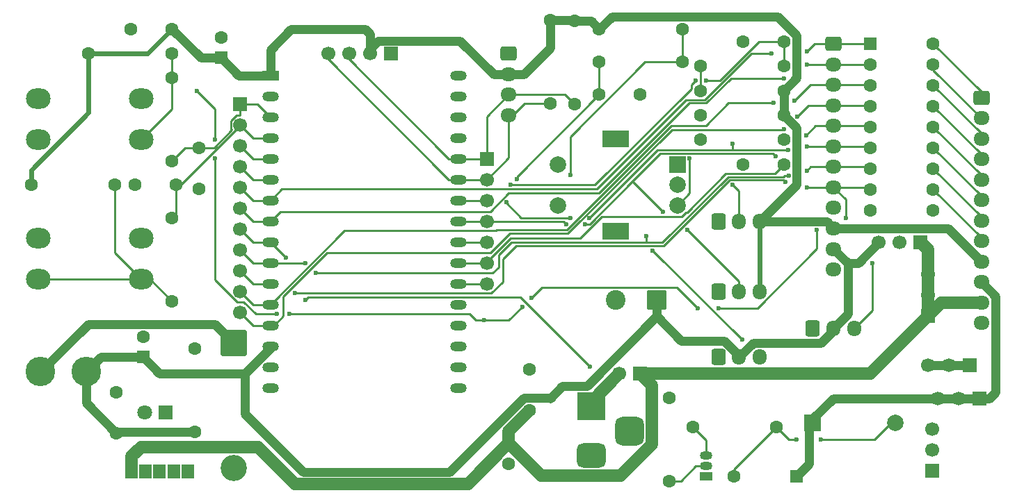
<source format=gbr>
%TF.GenerationSoftware,KiCad,Pcbnew,9.0.6*%
%TF.CreationDate,2026-01-27T06:42:28-06:00*%
%TF.ProjectId,papa-project-board,70617061-2d70-4726-9f6a-6563742d626f,1.0*%
%TF.SameCoordinates,Original*%
%TF.FileFunction,Copper,L1,Top*%
%TF.FilePolarity,Positive*%
%FSLAX46Y46*%
G04 Gerber Fmt 4.6, Leading zero omitted, Abs format (unit mm)*
G04 Created by KiCad (PCBNEW 9.0.6) date 2026-01-27 06:42:28*
%MOMM*%
%LPD*%
G01*
G04 APERTURE LIST*
G04 Aperture macros list*
%AMRoundRect*
0 Rectangle with rounded corners*
0 $1 Rounding radius*
0 $2 $3 $4 $5 $6 $7 $8 $9 X,Y pos of 4 corners*
0 Add a 4 corners polygon primitive as box body*
4,1,4,$2,$3,$4,$5,$6,$7,$8,$9,$2,$3,0*
0 Add four circle primitives for the rounded corners*
1,1,$1+$1,$2,$3*
1,1,$1+$1,$4,$5*
1,1,$1+$1,$6,$7*
1,1,$1+$1,$8,$9*
0 Add four rect primitives between the rounded corners*
20,1,$1+$1,$2,$3,$4,$5,0*
20,1,$1+$1,$4,$5,$6,$7,0*
20,1,$1+$1,$6,$7,$8,$9,0*
20,1,$1+$1,$8,$9,$2,$3,0*%
G04 Aperture macros list end*
%TA.AperFunction,ComponentPad*%
%ADD10C,1.600000*%
%TD*%
%TA.AperFunction,ComponentPad*%
%ADD11C,1.700000*%
%TD*%
%TA.AperFunction,ComponentPad*%
%ADD12R,1.700000X1.700000*%
%TD*%
%TA.AperFunction,ComponentPad*%
%ADD13C,1.800000*%
%TD*%
%TA.AperFunction,ComponentPad*%
%ADD14R,1.800000X1.800000*%
%TD*%
%TA.AperFunction,ComponentPad*%
%ADD15C,3.600000*%
%TD*%
%TA.AperFunction,ComponentPad*%
%ADD16RoundRect,0.250000X0.550000X0.550000X-0.550000X0.550000X-0.550000X-0.550000X0.550000X-0.550000X0*%
%TD*%
%TA.AperFunction,ComponentPad*%
%ADD17O,3.000000X2.500000*%
%TD*%
%TA.AperFunction,ComponentPad*%
%ADD18C,2.000000*%
%TD*%
%TA.AperFunction,ComponentPad*%
%ADD19R,3.200000X2.000000*%
%TD*%
%TA.AperFunction,ComponentPad*%
%ADD20R,2.000000X2.000000*%
%TD*%
%TA.AperFunction,ComponentPad*%
%ADD21O,2.000000X1.200000*%
%TD*%
%TA.AperFunction,ComponentPad*%
%ADD22R,2.000000X1.200000*%
%TD*%
%TA.AperFunction,ComponentPad*%
%ADD23O,1.950000X1.700000*%
%TD*%
%TA.AperFunction,ComponentPad*%
%ADD24RoundRect,0.250000X-0.725000X0.600000X-0.725000X-0.600000X0.725000X-0.600000X0.725000X0.600000X0*%
%TD*%
%TA.AperFunction,ComponentPad*%
%ADD25RoundRect,0.250000X0.550000X-0.550000X0.550000X0.550000X-0.550000X0.550000X-0.550000X-0.550000X0*%
%TD*%
%TA.AperFunction,ComponentPad*%
%ADD26O,1.700000X1.950000*%
%TD*%
%TA.AperFunction,ComponentPad*%
%ADD27RoundRect,0.250000X-0.600000X-0.725000X0.600000X-0.725000X0.600000X0.725000X-0.600000X0.725000X0*%
%TD*%
%TA.AperFunction,ComponentPad*%
%ADD28C,2.400000*%
%TD*%
%TA.AperFunction,ComponentPad*%
%ADD29RoundRect,0.250001X0.949999X0.949999X-0.949999X0.949999X-0.949999X-0.949999X0.949999X-0.949999X0*%
%TD*%
%TA.AperFunction,ComponentPad*%
%ADD30C,3.200000*%
%TD*%
%TA.AperFunction,ComponentPad*%
%ADD31RoundRect,0.250000X-1.350000X1.350000X-1.350000X-1.350000X1.350000X-1.350000X1.350000X1.350000X0*%
%TD*%
%TA.AperFunction,ComponentPad*%
%ADD32RoundRect,0.250000X-0.550000X0.550000X-0.550000X-0.550000X0.550000X-0.550000X0.550000X0.550000X0*%
%TD*%
%TA.AperFunction,ComponentPad*%
%ADD33RoundRect,0.250000X-0.550000X-0.550000X0.550000X-0.550000X0.550000X0.550000X-0.550000X0.550000X0*%
%TD*%
%TA.AperFunction,ComponentPad*%
%ADD34O,1.500000X1.050000*%
%TD*%
%TA.AperFunction,ComponentPad*%
%ADD35R,1.500000X1.050000*%
%TD*%
%TA.AperFunction,ComponentPad*%
%ADD36R,1.500000X1.800000*%
%TD*%
%TA.AperFunction,ComponentPad*%
%ADD37RoundRect,0.875000X0.875000X-0.875000X0.875000X0.875000X-0.875000X0.875000X-0.875000X-0.875000X0*%
%TD*%
%TA.AperFunction,ComponentPad*%
%ADD38RoundRect,0.750000X1.000000X-0.750000X1.000000X0.750000X-1.000000X0.750000X-1.000000X-0.750000X0*%
%TD*%
%TA.AperFunction,ComponentPad*%
%ADD39R,3.500000X3.500000*%
%TD*%
%TA.AperFunction,ViaPad*%
%ADD40C,0.600000*%
%TD*%
%TA.AperFunction,Conductor*%
%ADD41C,0.250000*%
%TD*%
%TA.AperFunction,Conductor*%
%ADD42C,1.100000*%
%TD*%
%TA.AperFunction,Conductor*%
%ADD43C,0.600000*%
%TD*%
%TA.AperFunction,Conductor*%
%ADD44C,1.500000*%
%TD*%
G04 APERTURE END LIST*
D10*
%TO.P,C3,2*%
%TO.N,GND*%
X68250000Y-78250000D03*
%TO.P,C3,1*%
%TO.N,+5V*%
X68250000Y-83250000D03*
%TD*%
D11*
%TO.P,J15,3,Pin_3*%
%TO.N,GND*%
X167500000Y-82750000D03*
%TO.P,J15,2,Pin_2*%
X167500000Y-85290000D03*
D12*
%TO.P,J15,1,Pin_1*%
X167500000Y-87830000D03*
%TD*%
D10*
%TO.P,R5,2*%
%TO.N,Net-(D3-A)*%
X77750000Y-72920000D03*
%TO.P,R5,1*%
%TO.N,+5V*%
X77750000Y-83080000D03*
%TD*%
%TO.P,C7,2*%
%TO.N,GND*%
X132000000Y-42000000D03*
%TO.P,C7,1*%
%TO.N,IO9*%
X127000000Y-42000000D03*
%TD*%
D13*
%TO.P,D3,2,A*%
%TO.N,Net-(D3-A)*%
X71710000Y-80750000D03*
D14*
%TO.P,D3,1,K*%
%TO.N,GND*%
X74250000Y-80750000D03*
%TD*%
D10*
%TO.P,C12,2*%
%TO.N,GND*%
X78250000Y-53500000D03*
%TO.P,C12,1*%
%TO.N,IO4*%
X78250000Y-48500000D03*
%TD*%
D11*
%TO.P,J6,7,Pin_7*%
%TO.N,IO9*%
X113360000Y-65030000D03*
%TO.P,J6,6,Pin_6*%
%TO.N,IO18*%
X113360000Y-62490000D03*
%TO.P,J6,5,Pin_5*%
%TO.N,IO19*%
X113360000Y-59950000D03*
%TO.P,J6,4,Pin_4*%
%TO.N,IO20*%
X113360000Y-57410000D03*
%TO.P,J6,3,Pin_3*%
%TO.N,IO21*%
X113360000Y-54870000D03*
%TO.P,J6,2,Pin_2*%
%TO.N,IO22*%
X113360000Y-52330000D03*
D12*
%TO.P,J6,1,Pin_1*%
%TO.N,IO23*%
X113360000Y-49790000D03*
%TD*%
D15*
%TO.P,L1,2,2*%
%TO.N,+5V*%
X64580000Y-75750000D03*
%TO.P,L1,1,1*%
%TO.N,Net-(D2-K)*%
X59000000Y-75750000D03*
%TD*%
D10*
%TO.P,D1,2,A*%
%TO.N,SPKR*%
X143380000Y-88500000D03*
D16*
%TO.P,D1,1,K*%
%TO.N,+5V*%
X151000000Y-88500000D03*
%TD*%
D11*
%TO.P,J4,2,Pin_2*%
%TO.N,Net-(J4-Pin_2)*%
X129460000Y-76000000D03*
D12*
%TO.P,J4,1,Pin_1*%
%TO.N,VIN*%
X132000000Y-76000000D03*
%TD*%
D17*
%TO.P,SW3,2,2*%
%TO.N,Net-(R14-Pad2)*%
X58750000Y-47500000D03*
X71250000Y-47500000D03*
%TO.P,SW3,1,1*%
%TO.N,GND*%
X58750000Y-42500000D03*
X71250000Y-42500000D03*
%TD*%
D10*
%TO.P,R6,2*%
%TO.N,Net-(R13-Pad2)*%
X68000000Y-53000000D03*
%TO.P,R6,1*%
%TO.N,+3.3V*%
X57840000Y-53000000D03*
%TD*%
D18*
%TO.P,SW1,S2,S2*%
%TO.N,GND*%
X122000000Y-50500000D03*
%TO.P,SW1,S1,S1*%
%TO.N,Net-(R7-Pad2)*%
X122000000Y-55500000D03*
D19*
%TO.P,SW1,MP*%
%TO.N,N/C*%
X129000000Y-47400000D03*
X129000000Y-58600000D03*
D18*
%TO.P,SW1,C,C*%
%TO.N,GND*%
X136500000Y-53000000D03*
%TO.P,SW1,B,B*%
%TO.N,Net-(R10-Pad1)*%
X136500000Y-55500000D03*
D20*
%TO.P,SW1,A,A*%
%TO.N,Net-(R11-Pad2)*%
X136500000Y-50500000D03*
%TD*%
D21*
%TO.P,U1,32,GND*%
%TO.N,GND*%
X109860000Y-39630000D03*
%TO.P,U1,31,GPIO16/U0TXD*%
%TO.N,unconnected-(U1-GPIO16{slash}U0TXD-Pad31)*%
X109860000Y-42170000D03*
%TO.P,U1,30,GPIO17/U0RXD*%
%TO.N,unconnected-(U1-GPIO17{slash}U0RXD-Pad30)*%
X109860000Y-44710000D03*
%TO.P,U1,29,GPIO15/JTAG*%
%TO.N,unconnected-(U1-GPIO15{slash}JTAG-Pad29)*%
X109860000Y-47250000D03*
%TO.P,U1,28,GPIO23*%
%TO.N,IO23*%
X109860000Y-49790000D03*
%TO.P,U1,27,GPIO22*%
%TO.N,IO22*%
X109860000Y-52330000D03*
%TO.P,U1,26,GPIO21*%
%TO.N,IO21*%
X109860000Y-54870000D03*
%TO.P,U1,25,GPIO20*%
%TO.N,IO20*%
X109860000Y-57410000D03*
%TO.P,U1,24,GPIO19*%
%TO.N,IO19*%
X109860000Y-59950000D03*
%TO.P,U1,23,GPIO18*%
%TO.N,IO18*%
X109860000Y-62490000D03*
%TO.P,U1,22,GPIO9/BOOT*%
%TO.N,IO9*%
X109860000Y-65030000D03*
%TO.P,U1,21,GND*%
%TO.N,GND*%
X109860000Y-67570000D03*
%TO.P,U1,20,GPIO13/USB_D+*%
%TO.N,unconnected-(U1-GPIO13{slash}USB_D+-Pad20)*%
X109860000Y-70110000D03*
%TO.P,U1,19,GPIO12/USB_D-*%
%TO.N,unconnected-(U1-GPIO12{slash}USB_D--Pad19)*%
X109860000Y-72650000D03*
%TO.P,U1,18,GND*%
%TO.N,GND*%
X109860000Y-75190000D03*
%TO.P,U1,17,NC*%
%TO.N,unconnected-(U1-NC-Pad17)*%
X109860000Y-77730000D03*
%TO.P,U1,16,NC*%
%TO.N,unconnected-(U1-NC-Pad16)*%
X87000000Y-77730000D03*
%TO.P,U1,15,GND*%
%TO.N,GND*%
X87000000Y-75190000D03*
%TO.P,U1,14,5V*%
%TO.N,+5V*%
X87000000Y-72650000D03*
%TO.P,U1,13,GPIO3*%
%TO.N,IO3*%
X87000000Y-70110000D03*
%TO.P,U1,12,GPIO2*%
%TO.N,IO2*%
X87000000Y-67570000D03*
%TO.P,U1,11,GPIO11*%
%TO.N,IO11*%
X87000000Y-65030000D03*
%TO.P,U1,10,GPIO10*%
%TO.N,IO10*%
X87000000Y-62490000D03*
%TO.P,U1,9,GPIO8/BOOT*%
%TO.N,IO8*%
X87000000Y-59950000D03*
%TO.P,U1,8,GPIO1*%
%TO.N,IO1*%
X87000000Y-57410000D03*
%TO.P,U1,7,GPIO0*%
%TO.N,IO0*%
X87000000Y-54870000D03*
%TO.P,U1,6,GPIO7*%
%TO.N,IO7*%
X87000000Y-52330000D03*
%TO.P,U1,5,GPIO6*%
%TO.N,IO6*%
X87000000Y-49790000D03*
%TO.P,U1,4,GPIO5/MTDI*%
%TO.N,IO5*%
X87000000Y-47250000D03*
%TO.P,U1,3,GPIO4/MTMS*%
%TO.N,IO4*%
X87000000Y-44710000D03*
%TO.P,U1,2,EN/RESET*%
%TO.N,unconnected-(U1-EN{slash}RESET-Pad2)*%
X87000000Y-42170000D03*
D22*
%TO.P,U1,1,3V3*%
%TO.N,+3.3V*%
X87000000Y-39630000D03*
%TD*%
D10*
%TO.P,C5,2*%
%TO.N,GND*%
X118500000Y-75500000D03*
%TO.P,C5,1*%
%TO.N,VIN*%
X118500000Y-80500000D03*
%TD*%
D11*
%TO.P,J12,3,Pin_3*%
%TO.N,+5V*%
X168210000Y-79000000D03*
%TO.P,J12,2,Pin_2*%
X170750000Y-79000000D03*
D12*
%TO.P,J12,1,Pin_1*%
X173290000Y-79000000D03*
%TD*%
D11*
%TO.P,J3,3,Pin_3*%
%TO.N,+5V*%
X161040000Y-60000000D03*
%TO.P,J3,2,Pin_2*%
%TO.N,Net-(J3-Pin_2)*%
X163580000Y-60000000D03*
D12*
%TO.P,J3,1,Pin_1*%
%TO.N,VIN*%
X166120000Y-60000000D03*
%TD*%
D10*
%TO.P,R3,2*%
%TO.N,IO23*%
X124000000Y-43160000D03*
%TO.P,R3,1*%
%TO.N,+3.3V*%
X124000000Y-33000000D03*
%TD*%
%TO.P,C9,2*%
%TO.N,GND*%
X144500000Y-35500000D03*
%TO.P,C9,1*%
%TO.N,IO19*%
X149500000Y-35500000D03*
%TD*%
D23*
%TO.P,J1,12,Pin_12*%
%TO.N,GND*%
X155525000Y-63300000D03*
%TO.P,J1,11,Pin_11*%
%TO.N,+5V*%
X155525000Y-60800000D03*
%TO.P,J1,10,Pin_10*%
%TO.N,+3.3V*%
X155525000Y-58300000D03*
%TO.P,J1,9,Pin_9*%
%TO.N,AuxIO*%
X155525000Y-55800000D03*
%TO.P,J1,8,Pin_8*%
%TO.N,IO11*%
X155525000Y-53300000D03*
%TO.P,J1,7,Pin_7*%
%TO.N,IO10*%
X155525000Y-50800000D03*
%TO.P,J1,6,Pin_6*%
%TO.N,IO20*%
X155525000Y-48300000D03*
%TO.P,J1,5,Pin_5*%
%TO.N,IO21*%
X155525000Y-45800000D03*
%TO.P,J1,4,Pin_4*%
%TO.N,IO3*%
X155525000Y-43300000D03*
%TO.P,J1,3,Pin_3*%
%TO.N,IO2*%
X155525000Y-40800000D03*
%TO.P,J1,2,Pin_2*%
%TO.N,IO1*%
X155525000Y-38300000D03*
D24*
%TO.P,J1,1,Pin_1*%
%TO.N,IO0*%
X155525000Y-35800000D03*
%TD*%
D10*
%TO.P,R11,2*%
%TO.N,Net-(R11-Pad2)*%
X139340000Y-41500000D03*
%TO.P,R11,1*%
%TO.N,+3.3V*%
X149500000Y-41500000D03*
%TD*%
%TO.P,C4,2*%
%TO.N,GND*%
X71500000Y-71500000D03*
D25*
%TO.P,C4,1*%
%TO.N,+5V*%
X71500000Y-74000000D03*
%TD*%
D10*
%TO.P,R7,2*%
%TO.N,Net-(R7-Pad2)*%
X137160000Y-34000000D03*
%TO.P,R7,1*%
%TO.N,+3.3V*%
X127000000Y-34000000D03*
%TD*%
D26*
%TO.P,J16,3,Pin_3*%
%TO.N,+3.3V*%
X146500000Y-57475000D03*
%TO.P,J16,2,Pin_2*%
%TO.N,IO21*%
X144000000Y-57475000D03*
D27*
%TO.P,J16,1,Pin_1*%
%TO.N,GND*%
X141500000Y-57475000D03*
%TD*%
D11*
%TO.P,J11,3,Pin_3*%
%TO.N,+3.3V*%
X167000000Y-75000000D03*
%TO.P,J11,2,Pin_2*%
X169540000Y-75000000D03*
D12*
%TO.P,J11,1,Pin_1*%
X172080000Y-75000000D03*
%TD*%
D28*
%TO.P,C10,2*%
%TO.N,GND*%
X129000000Y-67000000D03*
D29*
%TO.P,C10,1*%
%TO.N,+5V*%
X134000000Y-67000000D03*
%TD*%
D23*
%TO.P,J8,12,Pin_12*%
%TO.N,GND*%
X173500000Y-69840000D03*
%TO.P,J8,11,Pin_11*%
%TO.N,VIN*%
X173500000Y-67340000D03*
%TO.P,J8,10,Pin_10*%
%TO.N,+5V*%
X173500000Y-64840000D03*
%TO.P,J8,9,Pin_9*%
%TO.N,+3.3V*%
X173500000Y-62340000D03*
%TO.P,J8,8,Pin_8*%
%TO.N,Net-(J8-Pin_8)*%
X173500000Y-59840000D03*
%TO.P,J8,7,Pin_7*%
%TO.N,Net-(J8-Pin_7)*%
X173500000Y-57340000D03*
%TO.P,J8,6,Pin_6*%
%TO.N,Net-(J8-Pin_6)*%
X173500000Y-54840000D03*
%TO.P,J8,5,Pin_5*%
%TO.N,Net-(J8-Pin_5)*%
X173500000Y-52340000D03*
%TO.P,J8,4,Pin_4*%
%TO.N,Net-(J8-Pin_4)*%
X173500000Y-49840000D03*
%TO.P,J8,3,Pin_3*%
%TO.N,Net-(J8-Pin_3)*%
X173500000Y-47340000D03*
%TO.P,J8,2,Pin_2*%
%TO.N,Net-(J8-Pin_2)*%
X173500000Y-44840000D03*
D24*
%TO.P,J8,1,Pin_1*%
%TO.N,Net-(J8-Pin_1)*%
X173500000Y-42340000D03*
%TD*%
D10*
%TO.P,R8,2*%
%TO.N,IO9*%
X127000000Y-38000000D03*
%TO.P,R8,1*%
%TO.N,Net-(R7-Pad2)*%
X137160000Y-38000000D03*
%TD*%
%TO.P,R2,2*%
%TO.N,+3.3V*%
X121000000Y-32920000D03*
%TO.P,R2,1*%
%TO.N,IO22*%
X121000000Y-43080000D03*
%TD*%
D11*
%TO.P,J13,3,Pin_3*%
%TO.N,VIN*%
X167000000Y-63920000D03*
%TO.P,J13,2,Pin_2*%
X167000000Y-66460000D03*
D12*
%TO.P,J13,1,Pin_1*%
X167000000Y-69000000D03*
%TD*%
D23*
%TO.P,J10,4,Pin_4*%
%TO.N,IO22*%
X116000000Y-44500000D03*
%TO.P,J10,3,Pin_3*%
%TO.N,IO23*%
X116000000Y-42000000D03*
%TO.P,J10,2,Pin_2*%
%TO.N,+3.3V*%
X116000000Y-39500000D03*
D24*
%TO.P,J10,1,Pin_1*%
%TO.N,GND*%
X116000000Y-37000000D03*
%TD*%
D17*
%TO.P,SW2,2,2*%
%TO.N,Net-(R13-Pad2)*%
X58750000Y-64500000D03*
X71250000Y-64500000D03*
%TO.P,SW2,1,1*%
%TO.N,GND*%
X58750000Y-59500000D03*
X71250000Y-59500000D03*
%TD*%
D30*
%TO.P,D2,2,A*%
%TO.N,GND*%
X82500000Y-87490000D03*
D31*
%TO.P,D2,1,K*%
%TO.N,Net-(D2-K)*%
X82500000Y-72250000D03*
%TD*%
D26*
%TO.P,J5,3,Pin_3*%
%TO.N,IO10*%
X146500000Y-74000000D03*
%TO.P,J5,2,Pin_2*%
%TO.N,+5V*%
X144000000Y-74000000D03*
D27*
%TO.P,J5,1,Pin_1*%
%TO.N,GND*%
X141500000Y-74000000D03*
%TD*%
D26*
%TO.P,J14,3,Pin_3*%
%TO.N,IO11*%
X158000000Y-70500000D03*
%TO.P,J14,2,Pin_2*%
%TO.N,+5V*%
X155500000Y-70500000D03*
D27*
%TO.P,J14,1,Pin_1*%
%TO.N,GND*%
X153000000Y-70500000D03*
%TD*%
D26*
%TO.P,J2,3,Pin_3*%
%TO.N,+3.3V*%
X146500000Y-66000000D03*
%TO.P,J2,2,Pin_2*%
%TO.N,IO20*%
X144000000Y-66000000D03*
D27*
%TO.P,J2,1,Pin_1*%
%TO.N,GND*%
X141500000Y-66000000D03*
%TD*%
D10*
%TO.P,R13,2*%
%TO.N,Net-(R13-Pad2)*%
X75000000Y-67160000D03*
%TO.P,R13,1*%
%TO.N,IO5*%
X75000000Y-57000000D03*
%TD*%
%TO.P,R10,2*%
%TO.N,IO18*%
X149500000Y-47500000D03*
%TO.P,R10,1*%
%TO.N,Net-(R10-Pad1)*%
X139340000Y-47500000D03*
%TD*%
%TO.P,C2,2*%
%TO.N,GND*%
X81000000Y-35000000D03*
D25*
%TO.P,C2,1*%
%TO.N,+3.3V*%
X81000000Y-37500000D03*
%TD*%
D10*
%TO.P,R14,2*%
%TO.N,Net-(R14-Pad2)*%
X75000000Y-37000000D03*
%TO.P,R14,1*%
%TO.N,+3.3V*%
X64840000Y-37000000D03*
%TD*%
D11*
%TO.P,J17,4,Pin_4*%
%TO.N,IO22*%
X94000000Y-37000000D03*
%TO.P,J17,3,Pin_3*%
%TO.N,IO23*%
X96540000Y-37000000D03*
%TO.P,J17,2,Pin_2*%
%TO.N,+3.3V*%
X99080000Y-37000000D03*
D12*
%TO.P,J17,1,Pin_1*%
%TO.N,GND*%
X101620000Y-37000000D03*
%TD*%
D10*
%TO.P,R9,2*%
%TO.N,Net-(R10-Pad1)*%
X139340000Y-44500000D03*
%TO.P,R9,1*%
%TO.N,+3.3V*%
X149500000Y-44500000D03*
%TD*%
%TO.P,C6,2*%
%TO.N,GND*%
X116000000Y-87000000D03*
D32*
%TO.P,C6,1*%
%TO.N,VIN*%
X116000000Y-84500000D03*
%TD*%
D18*
%TO.P,BZ1,2,-*%
%TO.N,SPKR*%
X163000000Y-82000000D03*
D20*
%TO.P,BZ1,1,+*%
%TO.N,+5V*%
X153000000Y-82000000D03*
%TD*%
D10*
%TO.P,R15,2*%
%TO.N,Net-(R14-Pad2)*%
X75000000Y-39920000D03*
%TO.P,R15,1*%
%TO.N,IO4*%
X75000000Y-50080000D03*
%TD*%
%TO.P,U2,18,O1*%
%TO.N,Net-(J8-Pin_1)*%
X167620000Y-35760000D03*
%TO.P,U2,17,O2*%
%TO.N,Net-(J8-Pin_2)*%
X167620000Y-38300000D03*
%TO.P,U2,16,O3*%
%TO.N,Net-(J8-Pin_3)*%
X167620000Y-40840000D03*
%TO.P,U2,15,O4*%
%TO.N,Net-(J8-Pin_4)*%
X167620000Y-43380000D03*
%TO.P,U2,14,O5*%
%TO.N,Net-(J8-Pin_5)*%
X167620000Y-45920000D03*
%TO.P,U2,13,O6*%
%TO.N,Net-(J8-Pin_6)*%
X167620000Y-48460000D03*
%TO.P,U2,12,O7*%
%TO.N,Net-(J8-Pin_7)*%
X167620000Y-51000000D03*
%TO.P,U2,11,O8*%
%TO.N,Net-(J8-Pin_8)*%
X167620000Y-53540000D03*
%TO.P,U2,10,GND*%
%TO.N,GND*%
X167620000Y-56080000D03*
%TO.P,U2,9,VCC*%
%TO.N,Net-(J3-Pin_2)*%
X160000000Y-56080000D03*
%TO.P,U2,8,I8*%
%TO.N,IO11*%
X160000000Y-53540000D03*
%TO.P,U2,7,I7*%
%TO.N,IO10*%
X160000000Y-51000000D03*
%TO.P,U2,6,I6*%
%TO.N,IO20*%
X160000000Y-48460000D03*
%TO.P,U2,5,I5*%
%TO.N,IO21*%
X160000000Y-45920000D03*
%TO.P,U2,4,I4*%
%TO.N,IO3*%
X160000000Y-43380000D03*
%TO.P,U2,3,I3*%
%TO.N,IO2*%
X160000000Y-40840000D03*
%TO.P,U2,2,I2*%
%TO.N,IO1*%
X160000000Y-38300000D03*
D33*
%TO.P,U2,1,I1*%
%TO.N,IO0*%
X160000000Y-35760000D03*
%TD*%
D34*
%TO.P,Q1,3,C*%
%TO.N,Net-(Q1-C)*%
X140000000Y-85960000D03*
%TO.P,Q1,2,B*%
%TO.N,Net-(Q1-B)*%
X140000000Y-87230000D03*
D35*
%TO.P,Q1,1,E*%
%TO.N,GND*%
X140000000Y-88500000D03*
%TD*%
D10*
%TO.P,R4,2*%
%TO.N,Net-(Q1-C)*%
X138420000Y-82500000D03*
%TO.P,R4,1*%
%TO.N,SPKR*%
X148580000Y-82500000D03*
%TD*%
D11*
%TO.P,J9,11,Pin_11*%
%TO.N,IO3*%
X83322000Y-68515500D03*
%TO.P,J9,10,Pin_10*%
%TO.N,IO2*%
X83322000Y-65975500D03*
%TO.P,J9,9,Pin_9*%
%TO.N,IO11*%
X83322000Y-63435500D03*
%TO.P,J9,8,Pin_8*%
%TO.N,IO10*%
X83322000Y-60895500D03*
%TO.P,J9,7,Pin_7*%
%TO.N,IO8*%
X83322000Y-58355500D03*
%TO.P,J9,6,Pin_6*%
%TO.N,IO1*%
X83322000Y-55815500D03*
%TO.P,J9,5,Pin_5*%
%TO.N,IO0*%
X83322000Y-53275500D03*
%TO.P,J9,4,Pin_4*%
%TO.N,IO7*%
X83322000Y-50735500D03*
%TO.P,J9,3,Pin_3*%
%TO.N,IO6*%
X83322000Y-48195500D03*
%TO.P,J9,2,Pin_2*%
%TO.N,IO5*%
X83322000Y-45655500D03*
D12*
%TO.P,J9,1,Pin_1*%
%TO.N,IO4*%
X83322000Y-43115500D03*
%TD*%
D10*
%TO.P,R1,2*%
%TO.N,IO8*%
X135500000Y-78920000D03*
%TO.P,R1,1*%
%TO.N,Net-(Q1-B)*%
X135500000Y-89080000D03*
%TD*%
D36*
%TO.P,U3,5,~{ON}/OFF*%
%TO.N,GND*%
X76900000Y-87950000D03*
%TO.P,U3,4,FB*%
%TO.N,+5V*%
X75200000Y-87950000D03*
%TO.P,U3,3,GND*%
%TO.N,GND*%
X73500000Y-87950000D03*
%TO.P,U3,2,OUT*%
%TO.N,Net-(D2-K)*%
X71800000Y-87950000D03*
%TO.P,U3,1,VIN*%
%TO.N,VIN*%
X70100000Y-87950000D03*
%TD*%
D10*
%TO.P,C8,2*%
%TO.N,GND*%
X144500000Y-50500000D03*
%TO.P,C8,1*%
%TO.N,IO18*%
X149500000Y-50500000D03*
%TD*%
D37*
%TO.P,J7,3*%
%TO.N,GND*%
X130700000Y-83000000D03*
D38*
%TO.P,J7,2*%
%TO.N,unconnected-(J7-Pad2)*%
X126000000Y-86000000D03*
D39*
%TO.P,J7,1*%
%TO.N,Net-(J4-Pin_2)*%
X126000000Y-80000000D03*
%TD*%
D10*
%TO.P,R12,2*%
%TO.N,IO19*%
X149500000Y-38500000D03*
%TO.P,R12,1*%
%TO.N,Net-(R11-Pad2)*%
X139340000Y-38500000D03*
%TD*%
%TO.P,C1,2*%
%TO.N,GND*%
X70000000Y-34000000D03*
%TO.P,C1,1*%
%TO.N,+3.3V*%
X75000000Y-34000000D03*
%TD*%
%TO.P,C11,2*%
%TO.N,GND*%
X70500000Y-53000000D03*
%TO.P,C11,1*%
%TO.N,IO5*%
X75500000Y-53000000D03*
%TD*%
D40*
%TO.N,SPKR*%
X151000000Y-84000000D03*
X154000000Y-84000000D03*
%TO.N,IO9*%
X117000000Y-52250000D03*
%TO.N,IO19*%
X138750000Y-40250000D03*
X116258323Y-52954000D03*
X140000000Y-40250000D03*
%TO.N,IO0*%
X148000000Y-37000000D03*
X152250000Y-36750000D03*
%TO.N,IO10*%
X91240000Y-62490000D03*
X132750000Y-59250000D03*
X150074000Y-51855077D03*
X92500000Y-63750000D03*
X133500000Y-61000000D03*
X152250000Y-51250000D03*
X144375000Y-71875000D03*
%TO.N,IO11*%
X149653912Y-52653912D03*
X90000000Y-66206000D03*
X152250000Y-53300000D03*
X157000000Y-57000000D03*
X160250000Y-62500000D03*
%TO.N,IO1*%
X149500000Y-40000000D03*
X152250000Y-38300000D03*
%TO.N,IO3*%
X149500000Y-46199997D03*
X151125000Y-44625000D03*
%TO.N,IO2*%
X150750000Y-42750000D03*
X148250000Y-43000000D03*
%TO.N,IO20*%
X125250000Y-57750000D03*
X152250000Y-48300000D03*
X134750000Y-56250000D03*
X137750000Y-58500000D03*
X123000000Y-57750000D03*
X148500000Y-49500000D03*
%TO.N,IO21*%
X125799896Y-57049896D03*
X143250000Y-53000000D03*
X150000000Y-48750000D03*
X143250000Y-48000000D03*
X123500000Y-57000000D03*
X152177000Y-46927000D03*
X115705323Y-55075323D03*
%TO.N,IO8*%
X88900000Y-61850000D03*
X91250000Y-67000000D03*
X125875000Y-75125000D03*
%TO.N,Net-(R7-Pad2)*%
X123500000Y-51750000D03*
%TO.N,Net-(R10-Pad1)*%
X138000000Y-49750000D03*
%TO.N,AuxIO*%
X113000000Y-69500000D03*
X87750000Y-68750000D03*
X153500000Y-58500000D03*
X118750000Y-66750000D03*
X89250000Y-68750000D03*
X139000000Y-68000000D03*
X141500000Y-68000000D03*
X117625000Y-67875000D03*
X80250000Y-47500000D03*
X78000000Y-41500000D03*
X80250000Y-49750000D03*
%TD*%
D41*
%TO.N,SPKR*%
X148580000Y-82500000D02*
X150080000Y-84000000D01*
X148580000Y-82500000D02*
X143380000Y-87700000D01*
X163000000Y-82000000D02*
X162500000Y-82000000D01*
X150080000Y-84000000D02*
X151000000Y-84000000D01*
X160500000Y-84000000D02*
X154000000Y-84000000D01*
X162500000Y-82000000D02*
X160500000Y-84000000D01*
X143380000Y-87700000D02*
X143380000Y-88500000D01*
D42*
%TO.N,+5V*%
X158514000Y-62526000D02*
X161040000Y-60000000D01*
X145726000Y-72274000D02*
X153973556Y-72274000D01*
X64580000Y-79580000D02*
X64580000Y-75750000D01*
X117857554Y-78949000D02*
X120949000Y-78949000D01*
X157251000Y-62526000D02*
X155525000Y-60800000D01*
X152500000Y-82500000D02*
X153000000Y-82000000D01*
X71500000Y-74000000D02*
X66330000Y-74000000D01*
X91000000Y-88000000D02*
X108806554Y-88000000D01*
X175226000Y-66566000D02*
X173500000Y-64840000D01*
X170750000Y-79000000D02*
X173290000Y-79000000D01*
X134000000Y-69000000D02*
X134000000Y-67000000D01*
X122501000Y-77499000D02*
X125501000Y-77499000D01*
X155500000Y-79000000D02*
X168210000Y-79000000D01*
X153000000Y-81500000D02*
X155500000Y-79000000D01*
X77750000Y-83080000D02*
X68420000Y-83080000D01*
X174500000Y-79000000D02*
X175226000Y-78274000D01*
X168210000Y-79000000D02*
X168420000Y-78790000D01*
X83879397Y-80879397D02*
X91000000Y-88000000D01*
X155500000Y-70500000D02*
X157251000Y-68749000D01*
X120949000Y-78949000D02*
X121000000Y-79000000D01*
X175226000Y-78274000D02*
X175226000Y-66566000D01*
X83879397Y-76000000D02*
X87000000Y-72879397D01*
X73500000Y-76000000D02*
X83879397Y-76000000D01*
X68420000Y-83080000D02*
X68250000Y-83250000D01*
X153973556Y-72274000D02*
X155500000Y-70747556D01*
X125501000Y-77499000D02*
X134000000Y-69000000D01*
X168210000Y-79000000D02*
X170750000Y-79000000D01*
X157251000Y-62526000D02*
X158514000Y-62526000D01*
X66330000Y-74000000D02*
X64580000Y-75750000D01*
X152500000Y-87000000D02*
X152500000Y-82500000D01*
X121000000Y-79000000D02*
X122501000Y-77499000D01*
X87000000Y-72879397D02*
X87000000Y-72650000D01*
X144000000Y-74000000D02*
X145726000Y-72274000D01*
X155500000Y-70747556D02*
X155500000Y-70500000D01*
X173290000Y-79000000D02*
X174500000Y-79000000D01*
X144000000Y-74000000D02*
X144000000Y-73752444D01*
X144000000Y-73752444D02*
X142247556Y-72000000D01*
X137000000Y-72000000D02*
X134000000Y-69000000D01*
X151000000Y-88500000D02*
X152500000Y-87000000D01*
X108806554Y-88000000D02*
X117857554Y-78949000D01*
X83879397Y-76000000D02*
X83879397Y-80879397D01*
X142247556Y-72000000D02*
X137000000Y-72000000D01*
X153000000Y-82000000D02*
X153000000Y-81500000D01*
X68250000Y-83250000D02*
X64580000Y-79580000D01*
X71500000Y-74000000D02*
X73500000Y-76000000D01*
X157251000Y-68749000D02*
X157251000Y-62526000D01*
D43*
%TO.N,+3.3V*%
X72000000Y-37000000D02*
X64840000Y-37000000D01*
X64840000Y-37000000D02*
X64840000Y-44160000D01*
D42*
X121000000Y-32920000D02*
X123920000Y-32920000D01*
X155525000Y-58300000D02*
X169460000Y-58300000D01*
X146500000Y-57475000D02*
X154700000Y-57475000D01*
X151051000Y-52924000D02*
X146500000Y-57475000D01*
X151051000Y-46051000D02*
X151051000Y-52924000D01*
X114175000Y-39500000D02*
X116000000Y-39500000D01*
X124000000Y-33000000D02*
X126000000Y-33000000D01*
X116000000Y-39500000D02*
X117825000Y-39500000D01*
D43*
X146500000Y-57475000D02*
X146500000Y-66000000D01*
D42*
X99080000Y-37000000D02*
X99080000Y-36338000D01*
X169540000Y-75000000D02*
X167000000Y-75000000D01*
X128551000Y-32449000D02*
X148699000Y-32449000D01*
X99080000Y-34580000D02*
X99080000Y-37000000D01*
X78500000Y-37500000D02*
X75000000Y-34000000D01*
X110074000Y-35399000D02*
X114175000Y-39500000D01*
X117825000Y-39500000D02*
X121000000Y-36325000D01*
X100019000Y-35399000D02*
X110074000Y-35399000D01*
X172080000Y-75000000D02*
X169540000Y-75000000D01*
X99080000Y-36338000D02*
X100019000Y-35399000D01*
X151051000Y-34801000D02*
X151051000Y-39949000D01*
X127000000Y-34000000D02*
X128551000Y-32449000D01*
X83130000Y-39630000D02*
X81000000Y-37500000D01*
X81000000Y-37500000D02*
X78500000Y-37500000D01*
D43*
X75000000Y-34000000D02*
X72000000Y-37000000D01*
D42*
X148699000Y-32449000D02*
X151051000Y-34801000D01*
X87000000Y-36500000D02*
X89500000Y-34000000D01*
X87000000Y-39630000D02*
X87000000Y-36500000D01*
D43*
X57840000Y-51160000D02*
X57840000Y-53000000D01*
D42*
X149500000Y-44500000D02*
X151051000Y-46051000D01*
X154700000Y-57475000D02*
X155525000Y-58300000D01*
X98500000Y-34000000D02*
X99080000Y-34580000D01*
X123920000Y-32920000D02*
X124000000Y-33000000D01*
X121000000Y-36325000D02*
X121000000Y-32920000D01*
D43*
X64840000Y-44160000D02*
X57840000Y-51160000D01*
D42*
X169460000Y-58300000D02*
X173500000Y-62340000D01*
X89500000Y-34000000D02*
X98500000Y-34000000D01*
X87000000Y-39630000D02*
X83130000Y-39630000D01*
X151051000Y-39949000D02*
X149500000Y-41500000D01*
X126000000Y-33000000D02*
X127000000Y-34000000D01*
X149500000Y-41500000D02*
X149500000Y-44500000D01*
D44*
%TO.N,VIN*%
X85490000Y-84939000D02*
X71259000Y-84939000D01*
X132000000Y-76000000D02*
X133401000Y-77401000D01*
X133401000Y-84638652D02*
X129588652Y-88451000D01*
X116000000Y-84500000D02*
X111051000Y-89449000D01*
X71259000Y-84939000D02*
X70100000Y-86098000D01*
X116000000Y-83000000D02*
X118500000Y-80500000D01*
X129588652Y-88451000D02*
X119951000Y-88451000D01*
X167000000Y-60880000D02*
X166120000Y-60000000D01*
X167000000Y-66460000D02*
X167000000Y-63920000D01*
X119951000Y-88451000D02*
X116000000Y-84500000D01*
X168660000Y-67340000D02*
X173500000Y-67340000D01*
X116000000Y-84500000D02*
X116000000Y-83000000D01*
X167000000Y-69000000D02*
X168660000Y-67340000D01*
X111051000Y-89449000D02*
X90000000Y-89449000D01*
X160000000Y-76000000D02*
X167000000Y-69000000D01*
X132000000Y-76000000D02*
X160000000Y-76000000D01*
X167000000Y-69000000D02*
X167000000Y-66460000D01*
X90000000Y-89449000D02*
X85490000Y-84939000D01*
X167000000Y-63920000D02*
X167000000Y-60880000D01*
X133401000Y-77401000D02*
X133401000Y-84638652D01*
X70100000Y-86098000D02*
X70100000Y-87950000D01*
D41*
%TO.N,IO9*%
X109860000Y-65030000D02*
X113360000Y-65030000D01*
X117000000Y-52250000D02*
X117000000Y-52000000D01*
X127000000Y-42000000D02*
X127000000Y-38000000D01*
X117000000Y-52000000D02*
X127000000Y-42000000D01*
%TO.N,IO18*%
X113360000Y-62390000D02*
X116250000Y-59500000D01*
X127340425Y-56826000D02*
X137049248Y-56826000D01*
X137687376Y-56312624D02*
X142374000Y-51626000D01*
X113360000Y-62490000D02*
X113360000Y-62390000D01*
X137049248Y-56826000D02*
X137562624Y-56312624D01*
X142374000Y-51626000D02*
X148374000Y-51626000D01*
X109860000Y-62490000D02*
X113360000Y-62490000D01*
X116250000Y-59500000D02*
X124666425Y-59500000D01*
X148374000Y-51626000D02*
X149500000Y-50500000D01*
X124666425Y-59500000D02*
X127340425Y-56826000D01*
X137562624Y-56312624D02*
X137687376Y-56312624D01*
%TO.N,IO19*%
X138214000Y-41286000D02*
X138214000Y-40786000D01*
X141715428Y-40250000D02*
X146465428Y-35500000D01*
X116304323Y-53000000D02*
X121750000Y-53000000D01*
X109860000Y-59950000D02*
X113360000Y-59950000D01*
X116258323Y-52954000D02*
X116304323Y-53000000D01*
X138214000Y-40786000D02*
X138750000Y-40250000D01*
X121750000Y-53000000D02*
X126500000Y-53000000D01*
X146465428Y-35500000D02*
X149500000Y-35500000D01*
X149500000Y-35500000D02*
X149500000Y-38500000D01*
X126500000Y-53000000D02*
X138214000Y-41286000D01*
X140000000Y-40250000D02*
X141715428Y-40250000D01*
%TO.N,IO5*%
X84916500Y-47250000D02*
X87000000Y-47250000D01*
X83322000Y-45655500D02*
X83322000Y-45770405D01*
X75500000Y-56500000D02*
X75000000Y-57000000D01*
X83322000Y-45770405D02*
X76092405Y-53000000D01*
X76092405Y-53000000D02*
X75500000Y-53000000D01*
X75500000Y-53000000D02*
X75500000Y-56500000D01*
X83322000Y-45655500D02*
X84916500Y-47250000D01*
%TO.N,IO4*%
X83322000Y-43115500D02*
X83322000Y-44479500D01*
X82146000Y-46142616D02*
X82280608Y-46277225D01*
X76580000Y-48500000D02*
X75000000Y-50080000D01*
X82146000Y-45168384D02*
X82146000Y-46142616D01*
X78250000Y-48500000D02*
X76580000Y-48500000D01*
X85405500Y-43115500D02*
X87000000Y-44710000D01*
X82834884Y-44479500D02*
X82146000Y-45168384D01*
X80120333Y-48437500D02*
X78000000Y-48437500D01*
X83322000Y-44479500D02*
X82834884Y-44479500D01*
X82280608Y-46277225D02*
X80120333Y-48437500D01*
X83322000Y-43115500D02*
X85405500Y-43115500D01*
D42*
%TO.N,Net-(D2-K)*%
X80199000Y-69949000D02*
X82500000Y-72250000D01*
X64801000Y-69949000D02*
X80199000Y-69949000D01*
X59000000Y-75750000D02*
X64801000Y-69949000D01*
D44*
%TO.N,Net-(J4-Pin_2)*%
X126000000Y-79460000D02*
X129460000Y-76000000D01*
X126000000Y-80000000D02*
X126000000Y-79460000D01*
D41*
%TO.N,IO0*%
X159960000Y-35800000D02*
X160000000Y-35760000D01*
X126674405Y-53506000D02*
X137554405Y-42626000D01*
X155525000Y-35800000D02*
X159960000Y-35800000D01*
X87000000Y-54870000D02*
X88364000Y-53506000D01*
X84916500Y-54870000D02*
X87000000Y-54870000D01*
X83322000Y-53275500D02*
X84916500Y-54870000D01*
X139874000Y-42626000D02*
X145500000Y-37000000D01*
X145500000Y-37000000D02*
X148000000Y-37000000D01*
X153200000Y-35800000D02*
X155525000Y-35800000D01*
X88364000Y-53506000D02*
X126674405Y-53506000D01*
X152250000Y-36750000D02*
X153200000Y-35800000D01*
X137554405Y-42626000D02*
X139874000Y-42626000D01*
%TO.N,IO10*%
X152250000Y-51250000D02*
X152700000Y-50800000D01*
X149546489Y-51855077D02*
X149397566Y-52004000D01*
X92500000Y-63750000D02*
X114000000Y-63750000D01*
X114750000Y-63000000D02*
X114750000Y-61534572D01*
X159800000Y-50800000D02*
X160000000Y-51000000D01*
X87000000Y-62490000D02*
X91240000Y-62490000D01*
X134715428Y-60000000D02*
X132750000Y-60000000D01*
X114000000Y-63750000D02*
X114750000Y-63000000D01*
X150074000Y-51855077D02*
X149546489Y-51855077D01*
X144375000Y-71875000D02*
X133500000Y-61000000D01*
X155525000Y-50800000D02*
X159800000Y-50800000D01*
X116284572Y-60000000D02*
X132750000Y-60000000D01*
X84916500Y-62490000D02*
X87000000Y-62490000D01*
X114750000Y-61534572D02*
X116284572Y-60000000D01*
X149397566Y-52004000D02*
X142711428Y-52004000D01*
X83322000Y-60895500D02*
X84916500Y-62490000D01*
X91240000Y-62490000D02*
X91250000Y-62500000D01*
X142711428Y-52004000D02*
X134715428Y-60000000D01*
X152700000Y-50800000D02*
X155525000Y-50800000D01*
X132750000Y-59250000D02*
X132750000Y-60000000D01*
%TO.N,IO11*%
X157000000Y-57000000D02*
X157000000Y-54775000D01*
X84916500Y-65030000D02*
X87000000Y-65030000D01*
X149653912Y-52653912D02*
X149382000Y-52382000D01*
X152250000Y-53300000D02*
X155525000Y-53300000D01*
X155525000Y-53300000D02*
X159760000Y-53300000D01*
X149382000Y-52382000D02*
X142868000Y-52382000D01*
X159760000Y-53300000D02*
X160000000Y-53540000D01*
X116872000Y-60378000D02*
X115250000Y-62000000D01*
X134872000Y-60378000D02*
X116872000Y-60378000D01*
X158000000Y-70500000D02*
X160250000Y-68250000D01*
X142868000Y-52382000D02*
X134872000Y-60378000D01*
X115250000Y-62000000D02*
X115250000Y-64803116D01*
X160250000Y-68250000D02*
X160250000Y-62500000D01*
X115250000Y-64803116D02*
X113847116Y-66206000D01*
X157000000Y-54775000D02*
X155525000Y-53300000D01*
X83322000Y-63435500D02*
X84916500Y-65030000D01*
X113847116Y-66206000D02*
X90000000Y-66206000D01*
%TO.N,IO1*%
X88176000Y-56234000D02*
X113766000Y-56234000D01*
X113766000Y-56234000D02*
X116000000Y-54000000D01*
X152250000Y-38300000D02*
X155525000Y-38300000D01*
X83322000Y-55815500D02*
X84916500Y-57410000D01*
X155525000Y-38300000D02*
X160000000Y-38300000D01*
X143034573Y-40000000D02*
X149500000Y-40000000D01*
X87000000Y-57410000D02*
X88176000Y-56234000D01*
X140030573Y-43004000D02*
X143034573Y-40000000D01*
X84916500Y-57410000D02*
X87000000Y-57410000D01*
X116000000Y-54000000D02*
X127000000Y-54000000D01*
X127000000Y-54000000D02*
X137996000Y-43004000D01*
X137996000Y-43004000D02*
X140030573Y-43004000D01*
%TO.N,IO3*%
X87390000Y-70110000D02*
X87000000Y-70110000D01*
X88500000Y-66604572D02*
X88500000Y-69000000D01*
X149449997Y-46250000D02*
X135819144Y-46250000D01*
X93854572Y-61250000D02*
X88500000Y-66604572D01*
X159920000Y-43300000D02*
X160000000Y-43380000D01*
X84916500Y-70110000D02*
X87000000Y-70110000D01*
X116122000Y-58878000D02*
X113750000Y-61250000D01*
X155525000Y-43300000D02*
X159920000Y-43300000D01*
X152450000Y-43300000D02*
X155525000Y-43300000D01*
X135819144Y-46250000D02*
X123191145Y-58878000D01*
X83322000Y-68515500D02*
X84916500Y-70110000D01*
X113750000Y-61250000D02*
X93854572Y-61250000D01*
X151125000Y-44625000D02*
X152450000Y-43300000D01*
X149500000Y-46199997D02*
X149449997Y-46250000D01*
X88500000Y-69000000D02*
X87390000Y-70110000D01*
X123191145Y-58878000D02*
X116122000Y-58878000D01*
%TO.N,IO2*%
X152700000Y-40800000D02*
X155525000Y-40800000D01*
X159960000Y-40800000D02*
X160000000Y-40840000D01*
X150750000Y-42750000D02*
X152700000Y-40800000D01*
X95984000Y-58586000D02*
X87000000Y-67570000D01*
X155525000Y-40800000D02*
X159960000Y-40800000D01*
X83322000Y-65975500D02*
X84916500Y-67570000D01*
X140000000Y-45750000D02*
X135784572Y-45750000D01*
X148250000Y-43000000D02*
X142750000Y-43000000D01*
X135784572Y-45750000D02*
X123034572Y-58500000D01*
X123034572Y-58500000D02*
X114500000Y-58500000D01*
X114414000Y-58586000D02*
X95984000Y-58586000D01*
X84916500Y-67570000D02*
X87000000Y-67570000D01*
X114500000Y-58500000D02*
X114414000Y-58586000D01*
X142750000Y-43000000D02*
X140000000Y-45750000D01*
%TO.N,IO20*%
X134750000Y-56250000D02*
X131065926Y-52565926D01*
X122660000Y-57410000D02*
X123000000Y-57750000D01*
X145750000Y-49174000D02*
X148174000Y-49174000D01*
X144000000Y-66000000D02*
X144000000Y-64750000D01*
X131065926Y-52565926D02*
X134457853Y-49174000D01*
X125881853Y-57750000D02*
X131065926Y-52565926D01*
X148174000Y-49174000D02*
X148500000Y-49500000D01*
X113360000Y-57410000D02*
X122660000Y-57410000D01*
X125250000Y-57750000D02*
X125881853Y-57750000D01*
X144000000Y-64750000D02*
X137750000Y-58500000D01*
X159840000Y-48300000D02*
X160000000Y-48460000D01*
X152250000Y-48300000D02*
X155525000Y-48300000D01*
X134457853Y-49174000D02*
X145750000Y-49174000D01*
X109860000Y-57410000D02*
X113360000Y-57410000D01*
X155525000Y-48300000D02*
X159840000Y-48300000D01*
%TO.N,Net-(J8-Pin_1)*%
X173500000Y-41640000D02*
X167620000Y-35760000D01*
X173500000Y-42340000D02*
X173500000Y-41640000D01*
%TO.N,Net-(J8-Pin_8)*%
X173500000Y-59420000D02*
X173500000Y-59840000D01*
X167620000Y-53540000D02*
X173500000Y-59420000D01*
%TO.N,Net-(J8-Pin_4)*%
X173500000Y-49260000D02*
X167620000Y-43380000D01*
X173500000Y-49840000D02*
X173500000Y-49260000D01*
%TO.N,Net-(J8-Pin_2)*%
X167620000Y-38300000D02*
X167620000Y-38960000D01*
X167620000Y-38960000D02*
X173500000Y-44840000D01*
%TO.N,Net-(J8-Pin_7)*%
X173500000Y-56880000D02*
X167620000Y-51000000D01*
X173500000Y-57340000D02*
X173500000Y-56880000D01*
%TO.N,Net-(J8-Pin_3)*%
X173500000Y-46720000D02*
X173500000Y-47340000D01*
X167620000Y-40840000D02*
X173500000Y-46720000D01*
%TO.N,Net-(J8-Pin_6)*%
X173500000Y-54340000D02*
X167620000Y-48460000D01*
X173500000Y-54840000D02*
X173500000Y-54340000D01*
%TO.N,Net-(J8-Pin_5)*%
X167620000Y-45920000D02*
X173500000Y-51800000D01*
X173500000Y-51800000D02*
X173500000Y-52340000D01*
%TO.N,IO7*%
X83322000Y-50735500D02*
X84916500Y-52330000D01*
X84916500Y-52330000D02*
X87000000Y-52330000D01*
%TO.N,IO21*%
X150000000Y-48750000D02*
X143250000Y-48750000D01*
X155525000Y-45800000D02*
X159880000Y-45800000D01*
X144000000Y-57475000D02*
X144000000Y-53750000D01*
X109860000Y-54870000D02*
X113360000Y-54870000D01*
X153304000Y-45800000D02*
X155525000Y-45800000D01*
X115705323Y-55205323D02*
X117500000Y-57000000D01*
X152177000Y-46927000D02*
X153304000Y-45800000D01*
X115705323Y-55075323D02*
X115705323Y-55205323D01*
X144000000Y-53750000D02*
X143250000Y-53000000D01*
X117500000Y-57000000D02*
X123500000Y-57000000D01*
X134099792Y-48750000D02*
X143250000Y-48750000D01*
X143250000Y-48750000D02*
X143250000Y-48000000D01*
X159880000Y-45800000D02*
X160000000Y-45920000D01*
X125799896Y-57049896D02*
X134099792Y-48750000D01*
%TO.N,IO6*%
X84916500Y-49790000D02*
X87000000Y-49790000D01*
X83322000Y-48195500D02*
X84916500Y-49790000D01*
%TO.N,Net-(Q1-C)*%
X140000000Y-84080000D02*
X138420000Y-82500000D01*
X140000000Y-85960000D02*
X140000000Y-84080000D01*
%TO.N,Net-(Q1-B)*%
X140000000Y-87230000D02*
X138770000Y-87230000D01*
X136920000Y-89080000D02*
X135500000Y-89080000D01*
X138770000Y-87230000D02*
X136920000Y-89080000D01*
%TO.N,IO8*%
X91250000Y-67000000D02*
X91606000Y-66644000D01*
X88900000Y-61850000D02*
X87000000Y-59950000D01*
X83322000Y-58355500D02*
X84916500Y-59950000D01*
X117394000Y-66644000D02*
X125875000Y-75125000D01*
X84916500Y-59950000D02*
X87000000Y-59950000D01*
X91606000Y-66644000D02*
X117394000Y-66644000D01*
%TO.N,IO22*%
X116000000Y-49690000D02*
X116000000Y-44500000D01*
X109860000Y-52330000D02*
X113360000Y-52330000D01*
X108710000Y-52330000D02*
X109860000Y-52330000D01*
X116000000Y-44500000D02*
X116500000Y-44500000D01*
X93380000Y-37000000D02*
X108710000Y-52330000D01*
X113360000Y-52330000D02*
X116000000Y-49690000D01*
X117920000Y-43080000D02*
X121000000Y-43080000D01*
X116500000Y-44500000D02*
X117920000Y-43080000D01*
%TO.N,IO23*%
X122794000Y-41954000D02*
X124000000Y-43160000D01*
X116046000Y-41954000D02*
X122794000Y-41954000D01*
X109860000Y-49790000D02*
X113360000Y-49790000D01*
X113360000Y-44640000D02*
X116000000Y-42000000D01*
X95920000Y-37000000D02*
X108710000Y-49790000D01*
X113360000Y-49790000D02*
X113360000Y-44640000D01*
X116000000Y-42000000D02*
X116046000Y-41954000D01*
X108710000Y-49790000D02*
X109860000Y-49790000D01*
%TO.N,Net-(R13-Pad2)*%
X72340000Y-64500000D02*
X75000000Y-67160000D01*
X71250000Y-64500000D02*
X72340000Y-64500000D01*
X68000000Y-53000000D02*
X68000000Y-61250000D01*
X58750000Y-64500000D02*
X71250000Y-64500000D01*
X68000000Y-61250000D02*
X71250000Y-64500000D01*
%TO.N,Net-(R7-Pad2)*%
X123500000Y-47092405D02*
X132592405Y-38000000D01*
X137160000Y-34000000D02*
X137160000Y-38000000D01*
X132592405Y-38000000D02*
X137160000Y-38000000D01*
X123500000Y-51750000D02*
X123500000Y-47092405D01*
%TO.N,Net-(R10-Pad1)*%
X138000000Y-54000000D02*
X136500000Y-55500000D01*
X138000000Y-49750000D02*
X138000000Y-54000000D01*
%TO.N,Net-(R11-Pad2)*%
X139340000Y-38500000D02*
X139340000Y-41500000D01*
%TO.N,Net-(R14-Pad2)*%
X75000000Y-37000000D02*
X75000000Y-39920000D01*
X75000000Y-43750000D02*
X71250000Y-47500000D01*
X75000000Y-39920000D02*
X75000000Y-43750000D01*
%TO.N,AuxIO*%
X153500000Y-60788115D02*
X146288115Y-67999999D01*
X146288115Y-68000000D02*
X141500000Y-68000000D01*
X111250000Y-68750000D02*
X89250000Y-68750000D01*
X117625000Y-67875000D02*
X116000000Y-69500000D01*
X80250000Y-64566616D02*
X80250000Y-49750000D01*
X153500000Y-58500000D02*
X153500000Y-60788115D01*
X112000000Y-69500000D02*
X111250000Y-68750000D01*
X82933384Y-67250000D02*
X80250000Y-64566616D01*
X136474000Y-65474000D02*
X120026000Y-65474000D01*
X78000000Y-41500000D02*
X80250000Y-43750000D01*
X116000000Y-69500000D02*
X113000000Y-69500000D01*
X146288115Y-67999999D02*
X146288115Y-68000000D01*
X120026000Y-65474000D02*
X118750000Y-66750000D01*
X87750000Y-68750000D02*
X85219616Y-68750000D01*
X85219616Y-68750000D02*
X83719616Y-67250000D01*
X139000000Y-68000000D02*
X136474000Y-65474000D01*
X83719616Y-67250000D02*
X82933384Y-67250000D01*
X113000000Y-69500000D02*
X112000000Y-69500000D01*
X80250000Y-43750000D02*
X80250000Y-47500000D01*
%TD*%
M02*

</source>
